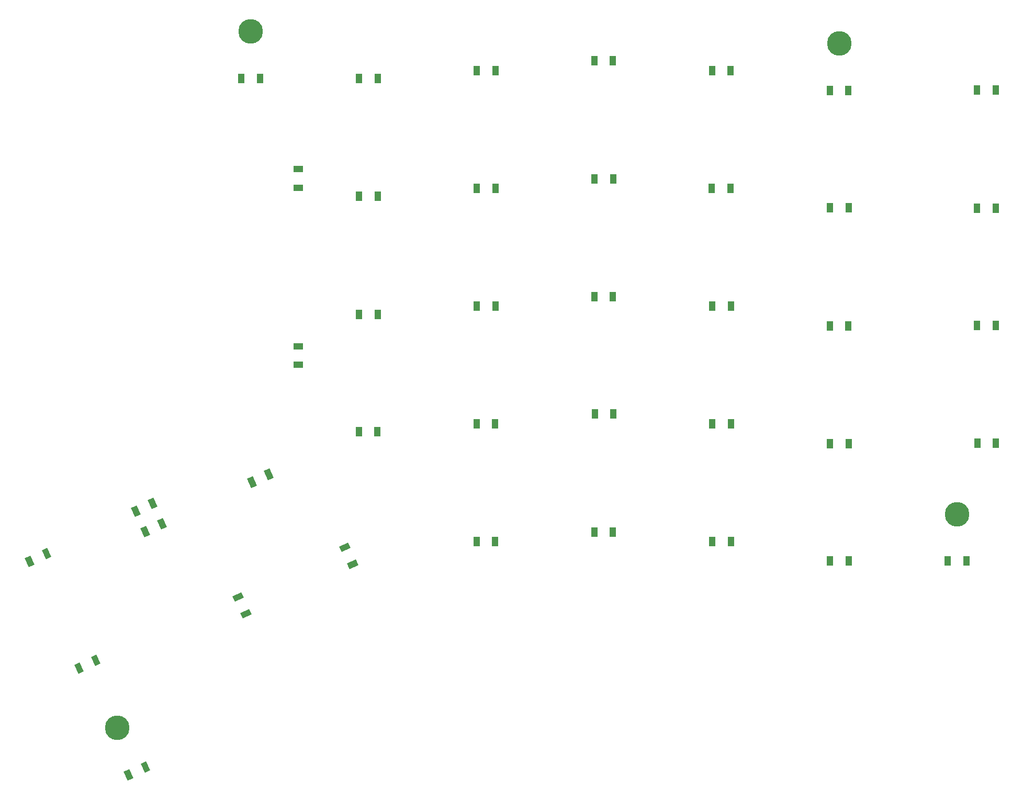
<source format=gbr>
%TF.GenerationSoftware,KiCad,Pcbnew,(5.1.6-0-10_14)*%
%TF.CreationDate,2021-03-26T17:56:53+08:00*%
%TF.ProjectId,ErgoDone,4572676f-446f-46e6-952e-6b696361645f,rev?*%
%TF.SameCoordinates,Original*%
%TF.FileFunction,Paste,Bot*%
%TF.FilePolarity,Positive*%
%FSLAX46Y46*%
G04 Gerber Fmt 4.6, Leading zero omitted, Abs format (unit mm)*
G04 Created by KiCad (PCBNEW (5.1.6-0-10_14)) date 2021-03-26 17:56:53*
%MOMM*%
%LPD*%
G01*
G04 APERTURE LIST*
%ADD10C,3.987800*%
%ADD11R,1.000000X1.600000*%
%ADD12R,1.600000X1.000000*%
%ADD13C,0.150000*%
G04 APERTURE END LIST*
D10*
%TO.C,SW0:12*%
X50800000Y-177800000D03*
%TD*%
%TO.C,SW1:13*%
X186690000Y-143202660D03*
%TD*%
%TO.C,SW5:7*%
X72390000Y-65100200D03*
%TD*%
%TO.C,SW5:12*%
X167640000Y-67005200D03*
%TD*%
D11*
%TO.C,D2*%
X70864600Y-72669400D03*
X73864600Y-72669400D03*
%TD*%
D12*
%TO.C,D4*%
X80035400Y-90374600D03*
X80035400Y-87374600D03*
%TD*%
%TO.C,D6*%
X80035400Y-119025800D03*
X80035400Y-116025800D03*
%TD*%
D13*
%TO.C,D8*%
G36*
X55192879Y-146934482D02*
G01*
X54516689Y-145484390D01*
X55422997Y-145061772D01*
X56099187Y-146511864D01*
X55192879Y-146934482D01*
G37*
G36*
X57911803Y-145666628D02*
G01*
X57235613Y-144216536D01*
X58141921Y-143793918D01*
X58818111Y-145244010D01*
X57911803Y-145666628D01*
G37*
%TD*%
%TO.C,D10*%
G36*
X36498479Y-151811282D02*
G01*
X35822289Y-150361190D01*
X36728597Y-149938572D01*
X37404787Y-151388664D01*
X36498479Y-151811282D01*
G37*
G36*
X39217403Y-150543428D02*
G01*
X38541213Y-149093336D01*
X39447521Y-148670718D01*
X40123711Y-150120810D01*
X39217403Y-150543428D01*
G37*
%TD*%
D11*
%TO.C,D12*%
X89914600Y-72669400D03*
X92914600Y-72669400D03*
%TD*%
%TO.C,D14*%
X89914600Y-91770200D03*
X92914600Y-91770200D03*
%TD*%
%TO.C,D16*%
X89914600Y-110871000D03*
X92914600Y-110871000D03*
%TD*%
%TO.C,D18*%
X89863800Y-129870200D03*
X92863800Y-129870200D03*
%TD*%
D13*
%TO.C,D20*%
G36*
X72464879Y-138958882D02*
G01*
X71788689Y-137508790D01*
X72694997Y-137086172D01*
X73371187Y-138536264D01*
X72464879Y-138958882D01*
G37*
G36*
X75183803Y-137691028D02*
G01*
X74507613Y-136240936D01*
X75413921Y-135818318D01*
X76090111Y-137268410D01*
X75183803Y-137691028D01*
G37*
%TD*%
%TO.C,D22*%
G36*
X53668879Y-143683282D02*
G01*
X52992689Y-142233190D01*
X53898997Y-141810572D01*
X54575187Y-143260664D01*
X53668879Y-143683282D01*
G37*
G36*
X56387803Y-142415428D02*
G01*
X55711613Y-140965336D01*
X56617921Y-140542718D01*
X57294111Y-141992810D01*
X56387803Y-142415428D01*
G37*
%TD*%
D11*
%TO.C,D24*%
X108964600Y-71450200D03*
X111964600Y-71450200D03*
%TD*%
%TO.C,D26*%
X108964600Y-90449400D03*
X111964600Y-90449400D03*
%TD*%
%TO.C,D28*%
X108964600Y-109550200D03*
X111964600Y-109550200D03*
%TD*%
%TO.C,D30*%
X108913800Y-128600200D03*
X111913800Y-128600200D03*
%TD*%
%TO.C,D32*%
X108913800Y-147650200D03*
X111913800Y-147650200D03*
%TD*%
D13*
%TO.C,D34*%
G36*
X44474079Y-169083282D02*
G01*
X43797889Y-167633190D01*
X44704197Y-167210572D01*
X45380387Y-168660664D01*
X44474079Y-169083282D01*
G37*
G36*
X47193003Y-167815428D02*
G01*
X46516813Y-166365336D01*
X47423121Y-165942718D01*
X48099311Y-167392810D01*
X47193003Y-167815428D01*
G37*
%TD*%
D11*
%TO.C,D36*%
X127963800Y-69824600D03*
X130963800Y-69824600D03*
%TD*%
%TO.C,D38*%
X128014600Y-88925400D03*
X131014600Y-88925400D03*
%TD*%
%TO.C,D40*%
X127963800Y-107975400D03*
X130963800Y-107975400D03*
%TD*%
%TO.C,D42*%
X128065400Y-126974600D03*
X131065400Y-126974600D03*
%TD*%
%TO.C,D44*%
X127963800Y-146075400D03*
X130963800Y-146075400D03*
%TD*%
D13*
%TO.C,D46*%
G36*
X89784482Y-151410721D02*
G01*
X88334390Y-152086911D01*
X87911772Y-151180603D01*
X89361864Y-150504413D01*
X89784482Y-151410721D01*
G37*
G36*
X88516628Y-148691797D02*
G01*
X87066536Y-149367987D01*
X86643918Y-148461679D01*
X88094010Y-147785489D01*
X88516628Y-148691797D01*
G37*
%TD*%
D11*
%TO.C,D48*%
X147013800Y-71450200D03*
X150013800Y-71450200D03*
%TD*%
%TO.C,D50*%
X146963000Y-90500200D03*
X149963000Y-90500200D03*
%TD*%
%TO.C,D52*%
X147064600Y-109550200D03*
X150064600Y-109550200D03*
%TD*%
%TO.C,D54*%
X147064600Y-128600200D03*
X150064600Y-128600200D03*
%TD*%
%TO.C,D56*%
X147064600Y-147650200D03*
X150064600Y-147650200D03*
%TD*%
D13*
%TO.C,D58*%
G36*
X72512482Y-159437121D02*
G01*
X71062390Y-160113311D01*
X70639772Y-159207003D01*
X72089864Y-158530813D01*
X72512482Y-159437121D01*
G37*
G36*
X71244628Y-156718197D02*
G01*
X69794536Y-157394387D01*
X69371918Y-156488079D01*
X70822010Y-155811889D01*
X71244628Y-156718197D01*
G37*
%TD*%
D11*
%TO.C,D60*%
X166063800Y-74650600D03*
X169063800Y-74650600D03*
%TD*%
%TO.C,D62*%
X166114600Y-93649800D03*
X169114600Y-93649800D03*
%TD*%
%TO.C,D64*%
X166063800Y-112750600D03*
X169063800Y-112750600D03*
%TD*%
%TO.C,D66*%
X166114600Y-131800600D03*
X169114600Y-131800600D03*
%TD*%
%TO.C,D68*%
X166114600Y-150799800D03*
X169114600Y-150799800D03*
%TD*%
D13*
%TO.C,D70*%
G36*
X52500479Y-186304482D02*
G01*
X51824289Y-184854390D01*
X52730597Y-184431772D01*
X53406787Y-185881864D01*
X52500479Y-186304482D01*
G37*
G36*
X55219403Y-185036628D02*
G01*
X54543213Y-183586536D01*
X55449521Y-183163918D01*
X56125711Y-184614010D01*
X55219403Y-185036628D01*
G37*
%TD*%
D11*
%TO.C,D72*%
X189889000Y-74599800D03*
X192889000Y-74599800D03*
%TD*%
%TO.C,D74*%
X189889000Y-93700600D03*
X192889000Y-93700600D03*
%TD*%
%TO.C,D76*%
X189889000Y-112699800D03*
X192889000Y-112699800D03*
%TD*%
%TO.C,D78*%
X189939800Y-131749800D03*
X192939800Y-131749800D03*
%TD*%
%TO.C,D80*%
X185164600Y-150799800D03*
X188164600Y-150799800D03*
%TD*%
M02*

</source>
